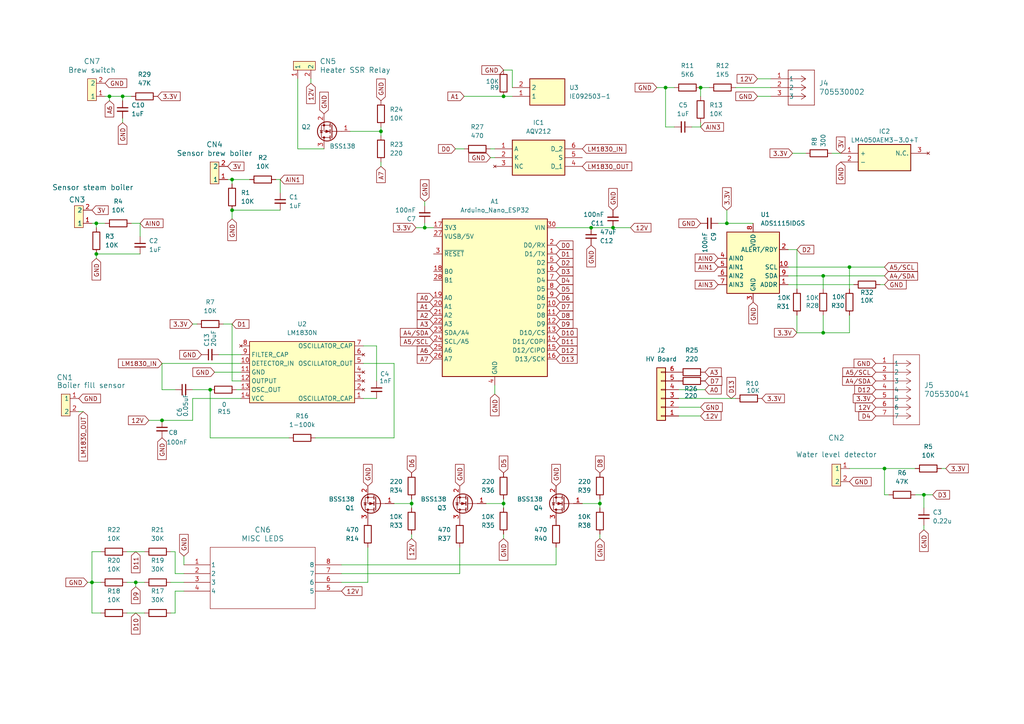
<source format=kicad_sch>
(kicad_sch (version 20250114) (generator "eeschema") (generator_version "9.0")
  (paper "A4")
  (junction (at 210.82 64.77))
  (junction (at 256.54 135.89))
  (junction (at 146.05 146.05))
  (junction (at 171.45 66.04))
  (junction (at 27.94 73.66))
  (junction (at 238.76 96.52))
  (junction (at 110.49 38.1))
  (junction (at 67.31 52.07))
  (junction (at 203.2 25.4))
  (junction (at 26.67 168.91))
  (junction (at 35.56 27.94))
  (junction (at 173.99 146.05))
  (junction (at 31.75 27.94))
  (junction (at 238.76 80.01))
  (junction (at 246.38 77.47))
  (junction (at 67.31 60.96))
  (junction (at 146.05 27.94))
  (junction (at 39.37 168.91))
  (junction (at 177.8 66.04))
  (junction (at 193.04 25.4))
  (junction (at 27.94 64.77))
  (junction (at 46.99 121.92))
  (junction (at 60.96 113.03))
  (junction (at 123.19 66.04))
  (junction (at 119.38 146.05))
  (junction (at 267.97 143.51))
  (wire (pts (xy 146.05 146.05) (xy 146.05 144.78)))
  (wire (pts (xy 53.34 163.83) (xy 53.34 161.29)))
  (wire (pts (xy 91.44 127) (xy 114.3 127)))
  (wire (pts (xy 123.19 66.04) (xy 125.73 66.04)))
  (wire (pts (xy 99.06 163.83) (xy 161.29 163.83)))
  (wire (pts (xy 256.54 135.89) (xy 256.54 143.51)))
  (wire (pts (xy 80.01 52.07) (xy 81.28 52.07)))
  (wire (pts (xy 200.66 36.83) (xy 203.2 36.83)))
  (wire (pts (xy 132.08 43.18) (xy 134.62 43.18)))
  (wire (pts (xy 148.59 25.4) (xy 148.59 20.32)))
  (wire (pts (xy 238.76 96.52) (xy 246.38 96.52)))
  (wire (pts (xy 26.67 160.02) (xy 29.21 160.02)))
  (wire (pts (xy 67.31 93.98) (xy 67.31 110.49)))
  (wire (pts (xy 173.99 147.32) (xy 173.99 146.05)))
  (wire (pts (xy 223.52 27.94) (xy 219.71 27.94)))
  (wire (pts (xy 241.3 44.45) (xy 243.84 44.45)))
  (wire (pts (xy 68.58 113.03) (xy 69.85 113.03)))
  (wire (pts (xy 36.83 160.02) (xy 41.91 160.02)))
  (wire (pts (xy 30.48 27.94) (xy 31.75 27.94)))
  (wire (pts (xy 86.36 43.18) (xy 93.98 43.18)))
  (wire (pts (xy 228.6 77.47) (xy 246.38 77.47)))
  (wire (pts (xy 55.88 121.92) (xy 55.88 115.57)))
  (wire (pts (xy 267.97 152.4) (xy 267.97 153.67)))
  (wire (pts (xy 231.14 72.39) (xy 231.14 83.82)))
  (wire (pts (xy 55.88 115.57) (xy 69.85 115.57)))
  (wire (pts (xy 31.75 27.94) (xy 35.56 27.94)))
  (wire (pts (xy 86.36 22.86) (xy 86.36 43.18)))
  (wire (pts (xy 36.83 168.91) (xy 39.37 168.91)))
  (wire (pts (xy 99.06 166.37) (xy 133.35 166.37)))
  (wire (pts (xy 55.88 93.98) (xy 57.15 93.98)))
  (wire (pts (xy 29.21 177.8) (xy 26.67 177.8)))
  (wire (pts (xy 105.41 105.41) (xy 114.3 105.41)))
  (wire (pts (xy 257.81 143.51) (xy 256.54 143.51)))
  (wire (pts (xy 134.62 27.94) (xy 146.05 27.94)))
  (wire (pts (xy 203.2 35.56) (xy 203.2 36.83)))
  (wire (pts (xy 173.99 146.05) (xy 173.99 144.78)))
  (wire (pts (xy 229.87 44.45) (xy 233.68 44.45)))
  (wire (pts (xy 146.05 147.32) (xy 146.05 146.05)))
  (wire (pts (xy 101.6 38.1) (xy 110.49 38.1)))
  (wire (pts (xy 26.67 168.91) (xy 26.67 177.8)))
  (wire (pts (xy 90.17 22.86) (xy 90.17 24.13)))
  (wire (pts (xy 256.54 135.89) (xy 265.43 135.89)))
  (wire (pts (xy 39.37 170.18) (xy 39.37 168.91)))
  (wire (pts (xy 46.99 105.41) (xy 69.85 105.41)))
  (wire (pts (xy 27.94 73.66) (xy 40.64 73.66)))
  (wire (pts (xy 193.04 36.83) (xy 195.58 36.83)))
  (wire (pts (xy 219.71 22.86) (xy 223.52 22.86)))
  (wire (pts (xy 63.5 102.87) (xy 69.85 102.87)))
  (wire (pts (xy 110.49 38.1) (xy 110.49 39.37)))
  (wire (pts (xy 27.94 64.77) (xy 30.48 64.77)))
  (wire (pts (xy 123.19 66.04) (xy 120.65 66.04)))
  (wire (pts (xy 246.38 83.82) (xy 246.38 77.47)))
  (wire (pts (xy 119.38 154.94) (xy 119.38 156.21)))
  (wire (pts (xy 123.19 64.77) (xy 123.19 66.04)))
  (wire (pts (xy 26.67 168.91) (xy 29.21 168.91)))
  (wire (pts (xy 247.65 82.55) (xy 228.6 82.55)))
  (wire (pts (xy 146.05 27.94) (xy 148.59 27.94)))
  (wire (pts (xy 213.36 25.4) (xy 223.52 25.4)))
  (wire (pts (xy 238.76 80.01) (xy 238.76 83.82)))
  (wire (pts (xy 177.8 66.04) (xy 171.45 66.04)))
  (wire (pts (xy 38.1 64.77) (xy 40.64 64.77)))
  (wire (pts (xy 203.2 25.4) (xy 205.74 25.4)))
  (wire (pts (xy 119.38 147.32) (xy 119.38 146.05)))
  (wire (pts (xy 67.31 60.96) (xy 67.31 63.5)))
  (wire (pts (xy 143.51 111.76) (xy 143.51 114.3)))
  (wire (pts (xy 35.56 27.94) (xy 38.1 27.94)))
  (wire (pts (xy 210.82 60.96) (xy 210.82 64.77)))
  (wire (pts (xy 196.85 120.65) (xy 203.2 120.65)))
  (wire (pts (xy 148.59 20.32) (xy 146.05 20.32)))
  (wire (pts (xy 106.68 158.75) (xy 106.68 168.91)))
  (wire (pts (xy 231.14 91.44) (xy 231.14 96.52)))
  (wire (pts (xy 246.38 91.44) (xy 246.38 96.52)))
  (wire (pts (xy 50.8 171.45) (xy 53.34 171.45)))
  (wire (pts (xy 161.29 158.75) (xy 161.29 163.83)))
  (wire (pts (xy 27.94 73.66) (xy 27.94 74.93)))
  (wire (pts (xy 106.68 168.91) (xy 99.06 168.91)))
  (wire (pts (xy 31.75 27.94) (xy 31.75 29.21)))
  (wire (pts (xy 40.64 64.77) (xy 40.64 68.58)))
  (wire (pts (xy 146.05 154.94) (xy 146.05 156.21)))
  (wire (pts (xy 246.38 77.47) (xy 256.54 77.47)))
  (wire (pts (xy 27.94 64.77) (xy 26.67 64.77)))
  (wire (pts (xy 210.82 64.77) (xy 218.44 64.77)))
  (wire (pts (xy 161.29 66.04) (xy 171.45 66.04)))
  (wire (pts (xy 64.77 93.98) (xy 67.31 93.98)))
  (wire (pts (xy 203.2 25.4) (xy 203.2 27.94)))
  (wire (pts (xy 67.31 60.96) (xy 81.28 60.96)))
  (wire (pts (xy 168.91 146.05) (xy 173.99 146.05)))
  (wire (pts (xy 50.8 113.03) (xy 46.99 113.03)))
  (wire (pts (xy 60.96 113.03) (xy 60.96 127)))
  (wire (pts (xy 49.53 168.91) (xy 53.34 168.91)))
  (wire (pts (xy 81.28 52.07) (xy 81.28 55.88)))
  (wire (pts (xy 114.3 105.41) (xy 114.3 127)))
  (wire (pts (xy 55.88 113.03) (xy 60.96 113.03)))
  (wire (pts (xy 67.31 110.49) (xy 69.85 110.49)))
  (wire (pts (xy 273.05 135.89) (xy 274.32 135.89)))
  (wire (pts (xy 67.31 52.07) (xy 66.04 52.07)))
  (wire (pts (xy 256.54 82.55) (xy 255.27 82.55)))
  (wire (pts (xy 26.67 168.91) (xy 25.4 168.91)))
  (wire (pts (xy 35.56 34.29) (xy 35.56 35.56)))
  (wire (pts (xy 46.99 121.92) (xy 55.88 121.92)))
  (wire (pts (xy 246.38 135.89) (xy 256.54 135.89)))
  (wire (pts (xy 27.94 66.04) (xy 27.94 64.77)))
  (wire (pts (xy 265.43 143.51) (xy 267.97 143.51)))
  (wire (pts (xy 36.83 177.8) (xy 41.91 177.8)))
  (wire (pts (xy 109.22 100.33) (xy 109.22 110.49)))
  (wire (pts (xy 49.53 160.02) (xy 50.8 160.02)))
  (wire (pts (xy 193.04 25.4) (xy 193.04 36.83)))
  (wire (pts (xy 26.67 160.02) (xy 26.67 168.91)))
  (wire (pts (xy 238.76 80.01) (xy 256.54 80.01)))
  (wire (pts (xy 35.56 27.94) (xy 35.56 29.21)))
  (wire (pts (xy 228.6 80.01) (xy 238.76 80.01)))
  (wire (pts (xy 267.97 143.51) (xy 267.97 147.32)))
  (wire (pts (xy 43.18 121.92) (xy 46.99 121.92)))
  (wire (pts (xy 133.35 158.75) (xy 133.35 166.37)))
  (wire (pts (xy 110.49 36.83) (xy 110.49 38.1)))
  (wire (pts (xy 50.8 160.02) (xy 50.8 166.37)))
  (wire (pts (xy 50.8 177.8) (xy 49.53 177.8)))
  (wire (pts (xy 39.37 168.91) (xy 41.91 168.91)))
  (wire (pts (xy 119.38 146.05) (xy 119.38 144.78)))
  (wire (pts (xy 83.82 127) (xy 60.96 127)))
  (wire (pts (xy 105.41 115.57) (xy 109.22 115.57)))
  (wire (pts (xy 193.04 25.4) (xy 195.58 25.4)))
  (wire (pts (xy 123.19 58.42) (xy 123.19 59.69)))
  (wire (pts (xy 67.31 53.34) (xy 67.31 52.07)))
  (wire (pts (xy 204.47 113.03) (xy 196.85 113.03)))
  (wire (pts (xy 110.49 46.99) (xy 110.49 48.26)))
  (wire (pts (xy 228.6 72.39) (xy 231.14 72.39)))
  (wire (pts (xy 182.88 66.04) (xy 177.8 66.04)))
  (wire (pts (xy 238.76 91.44) (xy 238.76 96.52)))
  (wire (pts (xy 142.24 43.18) (xy 143.51 43.18)))
  (wire (pts (xy 114.3 146.05) (xy 119.38 146.05)))
  (wire (pts (xy 267.97 143.51) (xy 270.51 143.51)))
  (wire (pts (xy 196.85 118.11) (xy 203.2 118.11)))
  (wire (pts (xy 193.04 25.4) (xy 190.5 25.4)))
  (wire (pts (xy 67.31 52.07) (xy 72.39 52.07)))
  (wire (pts (xy 140.97 146.05) (xy 146.05 146.05)))
  (wire (pts (xy 62.23 107.95) (xy 69.85 107.95)))
  (wire (pts (xy 173.99 154.94) (xy 173.99 156.21)))
  (wire (pts (xy 196.85 115.57) (xy 213.36 115.57)))
  (wire (pts (xy 46.99 105.41) (xy 46.99 113.03)))
  (wire (pts (xy 24.13 119.38) (xy 22.86 119.38)))
  (wire (pts (xy 105.41 100.33) (xy 109.22 100.33)))
  (wire (pts (xy 53.34 166.37) (xy 50.8 166.37)))
  (wire (pts (xy 208.28 64.77) (xy 210.82 64.77)))
  (wire (pts (xy 50.8 177.8) (xy 50.8 171.45)))
  (wire (pts (xy 231.14 96.52) (xy 238.76 96.52)))
  (wire (pts (xy 142.24 45.72) (xy 143.51 45.72)))
  (global_label "12V" (shape input) (at 90.17 24.13 270) (property "Intersheetrefs" "${INTERSHEET_REFS}" (effects (hide yes))))
  (global_label "GND" (shape input) (at 177.8 60.96 90) (property "Intersheetrefs" "${INTERSHEET_REFS}" (effects (hide yes))))
  (global_label "GND" (shape input) (at 246.38 139.7 0) (property "Intersheetrefs" "${INTERSHEET_REFS}" (effects (hide yes))))
  (global_label "GND" (shape input) (at 62.23 107.95 180) (property "Intersheetrefs" "${INTERSHEET_REFS}" (effects (hide yes))))
  (global_label "D7" (shape input) (at 204.47 110.49 0) (property "Intersheetrefs" "${INTERSHEET_REFS}" (effects (hide yes))))
  (global_label "GND" (shape input) (at 30.48 24.13 0) (property "Intersheetrefs" "${INTERSHEET_REFS}" (effects (hide yes))))
  (global_label "A7" (shape input) (at 110.49 48.26 270) (property "Intersheetrefs" "${INTERSHEET_REFS}" (effects (hide yes))))
  (global_label "3.3V" (shape input) (at 220.98 115.57 0) (property "Intersheetrefs" "${INTERSHEET_REFS}" (effects (hide yes))))
  (global_label "D0" (shape input) (at 132.08 43.18 180) (property "Intersheetrefs" "${INTERSHEET_REFS}" (effects (hide yes))))
  (global_label "AIN3" (shape input) (at 203.2 36.83 0) (property "Intersheetrefs" "${INTERSHEET_REFS}" (effects (hide yes))))
  (global_label "GND" (shape input) (at 146.05 20.32 180) (property "Intersheetrefs" "${INTERSHEET_REFS}" (effects (hide yes))))
  (global_label "GND" (shape input) (at 123.19 58.42 90) (property "Intersheetrefs" "${INTERSHEET_REFS}" (effects (hide yes))))
  (global_label "GND" (shape input) (at 22.86 115.57 0) (property "Intersheetrefs" "${INTERSHEET_REFS}" (effects (hide yes))))
  (global_label "3.3V" (shape input) (at 55.88 93.98 180) (property "Intersheetrefs" "${INTERSHEET_REFS}" (effects (hide yes))))
  (global_label "GND" (shape input) (at 25.4 168.91 180) (property "Intersheetrefs" "${INTERSHEET_REFS}" (effects (hide yes))))
  (global_label "A5{slash}SCL" (shape input) (at 254 107.95 180) (property "Intersheetrefs" "${INTERSHEET_REFS}" (effects (hide yes))))
  (global_label "D4" (shape input) (at 161.29 81.28 0) (property "Intersheetrefs" "${INTERSHEET_REFS}" (effects (hide yes))))
  (global_label "GND" (shape input) (at 171.45 71.12 270) (property "Intersheetrefs" "${INTERSHEET_REFS}" (effects (hide yes))))
  (global_label "GND" (shape input) (at 254 105.41 180) (property "Intersheetrefs" "${INTERSHEET_REFS}" (effects (hide yes))))
  (global_label "A3" (shape input) (at 125.73 93.98 180) (property "Intersheetrefs" "${INTERSHEET_REFS}" (effects (hide yes))))
  (global_label "A2" (shape input) (at 125.73 91.44 180) (property "Intersheetrefs" "${INTERSHEET_REFS}" (effects (hide yes))))
  (global_label "GND" (shape input) (at 110.49 29.21 90) (property "Intersheetrefs" "${INTERSHEET_REFS}" (effects (hide yes))))
  (global_label "D6" (shape input) (at 161.29 86.36 0) (property "Intersheetrefs" "${INTERSHEET_REFS}" (effects (hide yes))))
  (global_label "A6" (shape input) (at 31.75 29.21 270) (property "Intersheetrefs" "${INTERSHEET_REFS}" (effects (hide yes))))
  (global_label "A4{slash}SDA" (shape input) (at 256.54 80.01 0) (property "Intersheetrefs" "${INTERSHEET_REFS}" (effects (hide yes))))
  (global_label "D13" (shape input) (at 212.09 115.57 90) (property "Intersheetrefs" "${INTERSHEET_REFS}" (effects (hide yes))))
  (global_label "3.3V" (shape input) (at 120.65 66.04 180) (property "Intersheetrefs" "${INTERSHEET_REFS}" (effects (hide yes))))
  (global_label "3V" (shape input) (at 243.84 44.45 90) (property "Intersheetrefs" "${INTERSHEET_REFS}" (effects (hide yes))))
  (global_label "GND" (shape input) (at 143.51 114.3 270) (property "Intersheetrefs" "${INTERSHEET_REFS}" (effects (hide yes))))
  (global_label "12V" (shape input) (at 203.2 120.65 0) (property "Intersheetrefs" "${INTERSHEET_REFS}" (effects (hide yes))))
  (global_label "A4{slash}SDA" (shape input) (at 125.73 96.52 180) (property "Intersheetrefs" "${INTERSHEET_REFS}" (effects (hide yes))))
  (global_label "12V" (shape input) (at 254 118.11 180) (property "Intersheetrefs" "${INTERSHEET_REFS}" (effects (hide yes))))
  (global_label "GND" (shape input) (at 161.29 140.97 90) (property "Intersheetrefs" "${INTERSHEET_REFS}" (effects (hide yes))))
  (global_label "A5{slash}SCL" (shape input) (at 256.54 77.47 0) (property "Intersheetrefs" "${INTERSHEET_REFS}" (effects (hide yes))))
  (global_label "D0" (shape input) (at 161.29 71.12 0) (property "Intersheetrefs" "${INTERSHEET_REFS}" (effects (hide yes))))
  (global_label "LM1830_OUT" (shape input) (at 168.91 48.26 0) (property "Intersheetrefs" "${INTERSHEET_REFS}" (effects (hide yes))))
  (global_label "AIN0" (shape input) (at 208.28 74.93 180) (property "Intersheetrefs" "${INTERSHEET_REFS}" (effects (hide yes))))
  (global_label "GND" (shape input) (at 67.31 63.5 270) (property "Intersheetrefs" "${INTERSHEET_REFS}" (effects (hide yes))))
  (global_label "A5{slash}SCL" (shape input) (at 125.73 99.06 180) (property "Intersheetrefs" "${INTERSHEET_REFS}" (effects (hide yes))))
  (global_label "3.3V" (shape input) (at 229.87 44.45 180) (property "Intersheetrefs" "${INTERSHEET_REFS}" (effects (hide yes))))
  (global_label "GND" (shape input) (at 173.99 156.21 270) (property "Intersheetrefs" "${INTERSHEET_REFS}" (effects (hide yes))))
  (global_label "D10" (shape input) (at 161.29 96.52 0) (property "Intersheetrefs" "${INTERSHEET_REFS}" (effects (hide yes))))
  (global_label "GND" (shape input) (at 106.68 140.97 90) (property "Intersheetrefs" "${INTERSHEET_REFS}" (effects (hide yes))))
  (global_label "GND" (shape input) (at 53.34 161.29 90) (property "Intersheetrefs" "${INTERSHEET_REFS}" (effects (hide yes))))
  (global_label "GND" (shape input) (at 243.84 46.99 270) (property "Intersheetrefs" "${INTERSHEET_REFS}" (effects (hide yes))))
  (global_label "3.3V" (shape input) (at 254 115.57 180) (property "Intersheetrefs" "${INTERSHEET_REFS}" (effects (hide yes))))
  (global_label "GND" (shape input) (at 58.42 102.87 180) (property "Intersheetrefs" "${INTERSHEET_REFS}" (effects (hide yes))))
  (global_label "D12" (shape input) (at 254 113.03 180) (property "Intersheetrefs" "${INTERSHEET_REFS}" (effects (hide yes))))
  (global_label "A4{slash}SDA" (shape input) (at 254 110.49 180) (property "Intersheetrefs" "${INTERSHEET_REFS}" (effects (hide yes))))
  (global_label "D8" (shape input) (at 161.29 91.44 0) (property "Intersheetrefs" "${INTERSHEET_REFS}" (effects (hide yes))))
  (global_label "D3" (shape input) (at 161.29 78.74 0) (property "Intersheetrefs" "${INTERSHEET_REFS}" (effects (hide yes))))
  (global_label "LM1830_OUT" (shape input) (at 24.13 119.38 270) (property "Intersheetrefs" "${INTERSHEET_REFS}" (effects (hide yes))))
  (global_label "12V" (shape input) (at 119.38 156.21 270) (property "Intersheetrefs" "${INTERSHEET_REFS}" (effects (hide yes))))
  (global_label "3V" (shape input) (at 26.67 60.96 0) (property "Intersheetrefs" "${INTERSHEET_REFS}" (effects (hide yes))))
  (global_label "12V" (shape input) (at 182.88 66.04 0) (property "Intersheetrefs" "${INTERSHEET_REFS}" (effects (hide yes))))
  (global_label "GND" (shape input) (at 219.71 27.94 180) (property "Intersheetrefs" "${INTERSHEET_REFS}" (effects (hide yes))))
  (global_label "D8" (shape input) (at 173.99 137.16 90) (property "Intersheetrefs" "${INTERSHEET_REFS}" (effects (hide yes))))
  (global_label "3.3V" (shape input) (at 231.14 96.52 180) (property "Intersheetrefs" "${INTERSHEET_REFS}" (effects (hide yes))))
  (global_label "GND" (shape input) (at 133.35 140.97 90) (property "Intersheetrefs" "${INTERSHEET_REFS}" (effects (hide yes))))
  (global_label "D11" (shape input) (at 39.37 160.02 270) (property "Intersheetrefs" "${INTERSHEET_REFS}" (effects (hide yes))))
  (global_label "D11" (shape input) (at 161.29 99.06 0) (property "Intersheetrefs" "${INTERSHEET_REFS}" (effects (hide yes))))
  (global_label "D2" (shape input) (at 231.14 72.39 0) (property "Intersheetrefs" "${INTERSHEET_REFS}" (effects (hide yes))))
  (global_label "A6" (shape input) (at 125.73 101.6 180) (property "Intersheetrefs" "${INTERSHEET_REFS}" (effects (hide yes))))
  (global_label "GND" (shape input) (at 93.98 33.02 90) (property "Intersheetrefs" "${INTERSHEET_REFS}" (effects (hide yes))))
  (global_label "3V" (shape input) (at 66.04 48.26 0) (property "Intersheetrefs" "${INTERSHEET_REFS}" (effects (hide yes))))
  (global_label "D13" (shape input) (at 161.29 104.14 0) (property "Intersheetrefs" "${INTERSHEET_REFS}" (effects (hide yes))))
  (global_label "GND" (shape input) (at 267.97 153.67 270) (property "Intersheetrefs" "${INTERSHEET_REFS}" (effects (hide yes))))
  (global_label "D4" (shape input) (at 254 120.65 180) (property "Intersheetrefs" "${INTERSHEET_REFS}" (effects (hide yes))))
  (global_label "D5" (shape input) (at 161.29 83.82 0) (property "Intersheetrefs" "${INTERSHEET_REFS}" (effects (hide yes))))
  (global_label "12V" (shape input) (at 43.18 121.92 180) (property "Intersheetrefs" "${INTERSHEET_REFS}" (effects (hide yes))))
  (global_label "D7" (shape input) (at 161.29 88.9 0) (property "Intersheetrefs" "${INTERSHEET_REFS}" (effects (hide yes))))
  (global_label "GND" (shape input) (at 203.2 118.11 0) (property "Intersheetrefs" "${INTERSHEET_REFS}" (effects (hide yes))))
  (global_label "D9" (shape input) (at 161.29 93.98 0) (property "Intersheetrefs" "${INTERSHEET_REFS}" (effects (hide yes))))
  (global_label "GND" (shape input) (at 203.2 64.77 180) (property "Intersheetrefs" "${INTERSHEET_REFS}" (effects (hide yes))))
  (global_label "3.3V" (shape input) (at 274.32 135.89 0) (property "Intersheetrefs" "${INTERSHEET_REFS}" (effects (hide yes))))
  (global_label "D12" (shape input) (at 161.29 101.6 0) (property "Intersheetrefs" "${INTERSHEET_REFS}" (effects (hide yes))))
  (global_label "D6" (shape input) (at 119.38 137.16 90) (property "Intersheetrefs" "${INTERSHEET_REFS}" (effects (hide yes))))
  (global_label "A0" (shape input) (at 204.47 113.03 0) (property "Intersheetrefs" "${INTERSHEET_REFS}" (effects (hide yes))))
  (global_label "3.3V" (shape input) (at 45.72 27.94 0) (property "Intersheetrefs" "${INTERSHEET_REFS}" (effects (hide yes))))
  (global_label "A3" (shape input) (at 204.47 107.95 0) (property "Intersheetrefs" "${INTERSHEET_REFS}" (effects (hide yes))))
  (global_label "12V" (shape input) (at 99.06 171.45 0) (property "Intersheetrefs" "${INTERSHEET_REFS}" (effects (hide yes))))
  (global_label "AIN0" (shape input) (at 40.64 64.77 0) (property "Intersheetrefs" "${INTERSHEET_REFS}" (effects (hide yes))))
  (global_label "A1" (shape input) (at 134.62 27.94 180) (property "Intersheetrefs" "${INTERSHEET_REFS}" (effects (hide yes))))
  (global_label "GND" (shape input) (at 146.05 156.21 270) (property "Intersheetrefs" "${INTERSHEET_REFS}" (effects (hide yes))))
  (global_label "A1" (shape input) (at 125.73 88.9 180) (property "Intersheetrefs" "${INTERSHEET_REFS}" (effects (hide yes))))
  (global_label "GND" (shape input) (at 142.24 45.72 180) (property "Intersheetrefs" "${INTERSHEET_REFS}" (effects (hide yes))))
  (global_label "12V" (shape input) (at 219.71 22.86 180) (property "Intersheetrefs" "${INTERSHEET_REFS}" (effects (hide yes))))
  (global_label "D1" (shape input) (at 67.31 93.98 0) (property "Intersheetrefs" "${INTERSHEET_REFS}" (effects (hide yes))))
  (global_label "3.3V" (shape input) (at 210.82 60.96 90) (property "Intersheetrefs" "${INTERSHEET_REFS}" (effects (hide yes))))
  (global_label "D3" (shape input) (at 270.51 143.51 0) (property "Intersheetrefs" "${INTERSHEET_REFS}" (effects (hide yes))))
  (global_label "GND" (shape input) (at 46.99 127 270) (property "Intersheetrefs" "${INTERSHEET_REFS}" (effects (hide yes))))
  (global_label "GND" (shape input) (at 27.94 74.93 270) (property "Intersheetrefs" "${INTERSHEET_REFS}" (effects (hide yes))))
  (global_label "D1" (shape input) (at 161.29 73.66 0) (property "Intersheetrefs" "${INTERSHEET_REFS}" (effects (hide yes))))
  (global_label "D2" (shape input) (at 161.29 76.2 0) (property "Intersheetrefs" "${INTERSHEET_REFS}" (effects (hide yes))))
  (global_label "AIN1" (shape input) (at 81.28 52.07 0) (property "Intersheetrefs" "${INTERSHEET_REFS}" (effects (hide yes))))
  (global_label "GND" (shape input) (at 190.5 25.4 180) (property "Intersheetrefs" "${INTERSHEET_REFS}" (effects (hide yes))))
  (global_label "AIN3" (shape input) (at 208.28 82.55 180) (property "Intersheetrefs" "${INTERSHEET_REFS}" (effects (hide yes))))
  (global_label "AIN1" (shape input) (at 208.28 77.47 180) (property "Intersheetrefs" "${INTERSHEET_REFS}" (effects (hide yes))))
  (global_label "GND" (shape input) (at 218.44 87.63 270) (property "Intersheetrefs" "${INTERSHEET_REFS}" (effects (hide yes))))
  (global_label "GND" (shape input) (at 35.56 35.56 270) (property "Intersheetrefs" "${INTERSHEET_REFS}" (effects (hide yes))))
  (global_label "A0" (shape input) (at 125.73 86.36 180) (property "Intersheetrefs" "${INTERSHEET_REFS}" (effects (hide yes))))
  (global_label "LM1830_IN" (shape input) (at 168.91 43.18 0) (property "Intersheetrefs" "${INTERSHEET_REFS}" (effects (hide yes))))
  (global_label "D10" (shape input) (at 39.37 177.8 270) (property "Intersheetrefs" "${INTERSHEET_REFS}" (effects (hide yes))))
  (global_label "GND" (shape input) (at 256.54 82.55 0) (property "Intersheetrefs" "${INTERSHEET_REFS}" (effects (hide yes))))
  (global_label "A7" (shape input) (at 125.73 104.14 180) (property "Intersheetrefs" "${INTERSHEET_REFS}" (effects (hide yes))))
  (global_label "D9" (shape input) (at 39.37 170.18 270) (property "Intersheetrefs" "${INTERSHEET_REFS}" (effects (hide yes))))
  (global_label "LM1830_IN" (shape input) (at 46.99 105.41 180) (property "Intersheetrefs" "${INTERSHEET_REFS}" (effects (hide yes))))
  (global_label "D5" (shape input) (at 146.05 137.16 90) (property "Intersheetrefs" "${INTERSHEET_REFS}" (effects (hide yes))))
  (symbol (lib_id "projectLibrary:R") (at 173.99 151.13 180) (unit 1)
    (property "Reference" "R38" (at 171.45 152.4001 0) (effects (justify left)))
    (property "Value" "10K" (at 171.45 149.8601 0) (effects (justify left)))
    (property "Footprint" "Resistor_SMD:R_0805_2012Metric_Pad1.20x1.40mm_HandSolder" (effects (hide yes)))
    (property "Description" "Resistor" (effects (hide yes)))
  )
  (symbol (lib_id "projectLibrary:R") (at 33.02 177.8 270) (unit 1)
    (property "Reference" "R18" (at 33.02 171.45 90))
    (property "Value" "10K" (at 33.02 173.99 90))
    (property "Footprint" "Resistor_SMD:R_0805_2012Metric_Pad1.20x1.40mm_HandSolder" (effects (hide yes)))
    (property "Description" "Resistor" (effects (hide yes)))
  )
  (symbol (lib_id "projectLibrary:R") (at 269.24 135.89 90) (unit 1)
    (property "Reference" "R5" (at 269.24 129.54 90))
    (property "Value" "10K" (at 269.24 132.08 90))
    (property "Footprint" "Resistor_SMD:R_0805_2012Metric_Pad1.20x1.40mm_HandSolder" (effects (hide yes)))
    (property "Description" "Resistor" (effects (hide yes)))
  )
  (symbol (lib_id "projectLibrary:AQV212") (at 143.51 43.18 0) (unit 1)
    (property "Reference" "IC1" (at 156.21 35.56 0))
    (property "Value" "AQV212" (at 156.21 38.1 0))
    (property "Footprint" "DIP762W47P254L880H410Q6N" (effects (hide yes)))
    (property "Datasheet" "https://na.industrial.panasonic.com/products/relays/semiconductor-relays/photomos-relays/series/photomos-gu-1-form-dip6-pin-type/1922/model/AQV212" (effects (hide yes)))
    (property "Description" "Solid State Relays - PCB Mount 550MA 60V 6PIN SPST" (effects (hide yes)))
    (property "Height" "4.1" (effects (hide yes)))
    (property "Mouser Part Number" "769-AQV212" (effects (hide yes)))
    (property "Mouser Price/Stock" "https://www.mouser.co.uk/ProductDetail/Panasonic-Industrial-Devices/AQV212?qs=mTeSeKeuVA4GB1tVP0FFxg%3D%3D" (effects (hide yes)))
    (property "Manufacturer_Name" "Panasonic" (effects (hide yes)))
    (property "Manufacturer_Part_Number" "AQV212" (effects (hide yes)))
  )
  (symbol (lib_id "projectLibrary:C_Small") (at 60.96 102.87 90) (unit 1)
    (property "Reference" "C13" (at 59.944 100.584 0) (effects (justify left)))
    (property "Value" "20uF" (at 61.976 100.584 0) (effects (justify left)))
    (property "Footprint" "Capacitor_SMD:C_0805_2012Metric_Pad1.18x1.45mm_HandSolder" (effects (hide yes)))
    (property "Description" "Unpolarized capacitor, small symbol" (effects (hide yes)))
  )
  (symbol (lib_id "projectLibrary:C_Small") (at 267.97 149.86 0) (unit 1)
    (property "Reference" "C3" (at 270.51 148.5962 0) (effects (justify left)))
    (property "Value" "0.22u" (at 270.51 151.1362 0) (effects (justify left)))
    (property "Footprint" "Capacitor_SMD:C_0805_2012Metric_Pad1.18x1.45mm_HandSolder" (effects (hide yes)))
    (property "Description" "Unpolarized capacitor, small symbol" (effects (hide yes)))
  )
  (symbol (lib_id "projectLibrary:R") (at 67.31 57.15 0) (unit 1)
    (property "Reference" "R1" (at 69.85 55.8799 0) (effects (justify left)))
    (property "Value" "10K" (at 69.85 58.4199 0) (effects (justify left)))
    (property "Footprint" "Resistor_SMD:R_0805_2012Metric_Pad1.20x1.40mm_HandSolder" (effects (hide yes)))
    (property "Description" "Resistor" (effects (hide yes)))
  )
  (symbol (lib_id "projectLibrary:C_Small") (at 205.74 64.77 270) (mirror x) (unit 1)
    (property "Reference" "C9" (at 207.0038 67.31 0) (effects (justify right)))
    (property "Value" "100nF" (at 204.4638 67.31 0) (effects (justify right)))
    (property "Footprint" "Capacitor_SMD:C_0805_2012Metric_Pad1.18x1.45mm_HandSolder" (effects (hide yes)))
    (property "Description" "Unpolarized capacitor, small symbol" (effects (hide yes)))
  )
  (symbol (lib_id "projectLibrary:R") (at 106.68 154.94 180) (unit 1)
    (property "Reference" "R14" (at 104.14 156.2101 0) (effects (justify left)))
    (property "Value" "470" (at 104.14 153.6701 0) (effects (justify left)))
    (property "Footprint" "Resistor_SMD:R_0805_2012Metric_Pad1.20x1.40mm_HandSolder" (effects (hide yes)))
    (property "Description" "Resistor" (effects (hide yes)))
  )
  (symbol (lib_id "projectLibrary:R") (at 64.77 113.03 90) (unit 1)
    (property "Reference" "R15" (at 65.024 119.38 90))
    (property "Value" "0" (at 65.024 117.348 90))
    (property "Footprint" "Resistor_SMD:R_0805_2012Metric_Pad1.20x1.40mm_HandSolder" (effects (hide yes)))
    (property "Description" "Resistor" (effects (hide yes)))
  )
  (symbol (lib_id "projectLibrary:R") (at 217.17 115.57 90) (unit 1)
    (property "Reference" "R10" (at 218.186 111.252 90))
    (property "Value" "10K" (at 218.44 113.284 90))
    (property "Footprint" "Resistor_SMD:R_0805_2012Metric_Pad1.20x1.40mm_HandSolder" (effects (hide yes)))
    (property "Description" "Resistor" (effects (hide yes)))
  )
  (symbol (lib_id "projectLibrary:R") (at 200.66 110.49 90) (mirror x) (unit 1)
    (property "Reference" "R26" (at 200.406 112.776 90))
    (property "Value" "220" (at 200.406 114.808 90))
    (property "Footprint" "Resistor_SMD:R_0805_2012Metric_Pad1.20x1.40mm_HandSolder" (effects (hide yes)))
    (property "Description" "Resistor" (effects (hide yes)))
  )
  (symbol (lib_id "projectLibrary:R") (at 251.46 82.55 90) (unit 1)
    (property "Reference" "R32" (at 251.46 84.836 90))
    (property "Value" "10K" (at 251.46 87.122 90))
    (property "Footprint" "Resistor_SMD:R_0805_2012Metric_Pad1.20x1.40mm_HandSolder" (effects (hide yes)))
    (property "Description" "Resistor" (effects (hide yes)))
  )
  (symbol (lib_id "projectLibrary:280377-2") (at 17.78 114.3 0) (mirror x) (unit 1)
    (property "Reference" "CN1" (at 18.796 109.474 0) (effects (font (size 1.524 1.524))))
    (property "Value" "Boiler fill sensor" (at 26.416 111.76 0) (effects (font (size 1.524 1.524))))
    (property "Footprint" "280377-2_TYC" (effects (hide yes)))
    (property "Datasheet" "280377-2" (effects (hide yes)))
  )
  (symbol (lib_id "projectLibrary:R") (at 231.14 87.63 180) (unit 1)
    (property "Reference" "R31" (at 229.108 88.9 0) (effects (justify left)))
    (property "Value" "10K" (at 229.362 86.36 0) (effects (justify left)))
    (property "Footprint" "Resistor_SMD:R_0805_2012Metric_Pad1.20x1.40mm_HandSolder" (effects (hide yes)))
    (property "Description" "Resistor" (effects (hide yes)))
  )
  (symbol (lib_id "projectLibrary:280377-2") (at 25.4 29.21 0) (unit 1)
    (property "Reference" "CN7" (at 26.67 17.78 0) (effects (font (size 1.524 1.524))))
    (property "Value" "Brew switch" (at 26.67 20.32 0) (effects (font (size 1.524 1.524))))
    (property "Footprint" "280377-2_TYC" (effects (hide yes)))
    (property "Datasheet" "280377-2" (effects (hide yes)))
  )
  (symbol (lib_id "projectLibrary:BSS138") (at 135.89 146.05 180) (unit 1)
    (property "Reference" "Q3" (at 129.54 147.3201 0) (effects (justify left)))
    (property "Value" "BSS138" (at 129.54 144.7801 0) (effects (justify left)))
    (property "Footprint" "Package_TO_SOT_SMD:SOT-23" (effects (hide yes)))
    (property "Datasheet" "https://www.onsemi.com/pub/Collateral/BSS138-D.PDF" (effects (hide yes)))
    (property "Description" "50V Vds, 0.22A Id, N-Channel MOSFET, SOT-23" (effects (hide yes)))
  )
  (symbol (lib_id "projectLibrary:R") (at 27.94 69.85 0) (unit 1)
    (property "Reference" "R3" (at 30.48 68.5799 0) (effects (justify left)))
    (property "Value" "10K" (at 30.48 71.1199 0) (effects (justify left)))
    (property "Footprint" "Resistor_SMD:R_0805_2012Metric_Pad1.20x1.40mm_HandSolder" (effects (hide yes)))
    (property "Description" "Resistor" (effects (hide yes)))
  )
  (symbol (lib_id "projectLibrary:R") (at 33.02 160.02 270) (unit 1)
    (property "Reference" "R22" (at 33.02 153.67 90))
    (property "Value" "10K" (at 33.02 156.21 90))
    (property "Footprint" "Resistor_SMD:R_0805_2012Metric_Pad1.20x1.40mm_HandSolder" (effects (hide yes)))
    (property "Description" "Resistor" (effects (hide yes)))
  )
  (symbol (lib_id "projectLibrary:LM4050AEM3-3.0+T") (at 243.84 44.45 0) (unit 1)
    (property "Reference" "IC2" (at 256.54 38.1 0))
    (property "Value" "LM4050AEM3-3.0+T" (at 256.54 40.64 0))
    (property "Footprint" "SOT95P237X112-3N" (effects (hide yes)))
    (property "Datasheet" "https://www.analog.com/LM4050/datasheet" (effects (hide yes)))
    (property "Description" "50ppm/&deg;C (max) Temperature Coefficient Guaranteed over the -40&deg;C to +125&deg;C Temperature RangeUltra-Small 3-Pin SC70 Package0.1% (max) Initial AccuracyWide Operating Current Range: 60&micro;A to 15mALow 28&micro;VRMS Output Noise (10Hz to 10kHz)1.225V, 2.048V, 2.500V, 3.000V, 3.3V, 4.096V, and 5.000V Fixed Reverse Breakdown VoltagesNo Output Capacitors RequiredTolerates Capacitive LoadsAEC-Q100 Qualified, Refer to Ordering Information for the Specific /V Versions" (effects (hide yes)))
    (property "Height" "1.12" (effects (hide yes)))
    (property "Mouser Part Number" "700-LM4050AEM3-3.0T" (effects (hide yes)))
    (property "Mouser Price/Stock" "https://www.mouser.co.uk/ProductDetail/Maxim-Integrated/LM4050AEM3-3.0%2bT?qs=GxOUx7aO6nwirvG06jDdlw%3D%3D" (effects (hide yes)))
    (property "Manufacturer_Name" "Analog Devices" (effects (hide yes)))
    (property "Manufacturer_Part_Number" "LM4050AEM3-3.0+T" (effects (hide yes)))
  )
  (symbol (lib_id "projectLibrary:BSS138") (at 96.52 38.1 180) (unit 1)
    (property "Reference" "Q2" (at 90.17 36.8299 0) (effects (justify left)))
    (property "Value" "BSS138" (at 103.124 42.418 0) (effects (justify left)))
    (property "Footprint" "Package_TO_SOT_SMD:SOT-23" (effects (hide yes)))
    (property "Datasheet" "https://www.onsemi.com/pub/Collateral/BSS138-D.PDF" (effects (hide yes)))
    (property "Description" "50V Vds, 0.22A Id, N-Channel MOSFET, SOT-23" (effects (hide yes)))
  )
  (symbol (lib_id "projectLibrary:R") (at 60.96 93.98 90) (unit 1)
    (property "Reference" "R7" (at 60.96 87.63 90))
    (property "Value" "10K" (at 60.96 90.17 90))
    (property "Footprint" "Resistor_SMD:R_0805_2012Metric_Pad1.20x1.40mm_HandSolder" (effects (hide yes)))
    (property "Description" "Resistor" (effects (hide yes)))
  )
  (symbol (lib_id "projectLibrary:R") (at 87.63 127 90) (unit 1)
    (property "Reference" "R16" (at 87.63 120.65 90))
    (property "Value" "1-100k" (at 87.63 123.19 90))
    (property "Footprint" "Resistor_SMD:R_0805_2012Metric_Pad1.20x1.40mm_HandSolder" (effects (hide yes)))
    (property "Description" "Resistor" (effects (hide yes)))
  )
  (symbol (lib_id "projectLibrary:C_Small") (at 171.45 68.58 0) (mirror y) (unit 1)
    (property "Reference" "C12" (at 173.99 69.8565 0) (effects (justify right)))
    (property "Value" "47uF" (at 173.99 67.3165 0) (effects (justify right)))
    (property "Footprint" "Capacitor_SMD:C_0805_2012Metric_Pad1.18x1.45mm_HandSolder" (effects (hide yes)))
    (property "Description" "Unpolarized capacitor, small symbol" (effects (hide yes)))
  )
  (symbol (lib_id "projectLibrary:C_Small") (at 35.56 31.75 0) (unit 1)
    (property "Reference" "C10" (at 38.1 30.4862 0) (effects (justify left)))
    (property "Value" "1uF" (at 38.1 33.0262 0) (effects (justify left)))
    (property "Footprint" "Capacitor_SMD:C_0805_2012Metric_Pad1.18x1.45mm_HandSolder" (effects (hide yes)))
    (property "Description" "Unpolarized capacitor, small symbol" (effects (hide yes)))
  )
  (symbol (lib_id "projectLibrary:R") (at 209.55 25.4 270) (mirror x) (unit 1)
    (property "Reference" "R12" (at 209.55 19.05 90))
    (property "Value" "1K5" (at 209.55 21.59 90))
    (property "Footprint" "Resistor_SMD:R_0805_2012Metric_Pad1.20x1.40mm_HandSolder" (effects (hide yes)))
    (property "Description" "Resistor" (effects (hide yes)))
  )
  (symbol (lib_id "molex2:705530041") (at 254 105.41 0) (unit 1)
    (property "Reference" "J5" (at 267.97 111.7599 0) (effects (font (size 1.524 1.524)) (justify left)))
    (property "Value" "705530041" (at 267.97 114.2999 0) (effects (font (size 1.524 1.524)) (justify left)))
    (property "Footprint" "CONN_70553-xxxx_07_MOL" (effects (hide yes)))
    (property "Datasheet" "https://www.molex.com/en-us/products/part-detail-pdf/705530041?display=pdf" (effects (hide yes)))
  )
  (symbol (lib_id "projectLibrary:280377-2") (at 85.09 17.78 270) (unit 1)
    (property "Reference" "CN5" (at 92.71 17.7799 90) (effects (font (size 1.524 1.524)) (justify left)))
    (property "Value" "Heater SSR Relay" (at 92.71 20.3199 90) (effects (font (size 1.524 1.524)) (justify left)))
    (property "Footprint" "280377-2_TYC" (effects (hide yes)))
    (property "Datasheet" "280377-2" (effects (hide yes)))
  )
  (symbol (lib_id "projectLibrary:280377-2") (at 60.96 53.34 0) (unit 1)
    (property "Reference" "CN4" (at 62.23 41.91 0) (effects (font (size 1.524 1.524))))
    (property "Value" "Sensor brew boiler" (at 62.23 44.45 0) (effects (font (size 1.524 1.524))))
    (property "Footprint" "280377-2_TYC" (effects (hide yes)))
    (property "Datasheet" "280377-2" (effects (hide yes)))
  )
  (symbol (lib_id "projectLibrary:R") (at 146.05 24.13 180) (unit 1)
    (property "Reference" "R9" (at 144.78 25.4 0) (effects (justify left)))
    (property "Value" "10K" (at 144.78 23.622 0) (effects (justify left)))
    (property "Footprint" "Resistor_SMD:R_0805_2012Metric_Pad1.20x1.40mm_HandSolder" (effects (hide yes)))
    (property "Description" "Resistor" (effects (hide yes)))
  )
  (symbol (lib_id "projectLibrary:R") (at 203.2 31.75 0) (unit 1)
    (property "Reference" "R13" (at 205.74 30.4799 0) (effects (justify left)))
    (property "Value" "10K" (at 205.74 33.0199 0) (effects (justify left)))
    (property "Footprint" "Resistor_SMD:R_0805_2012Metric_Pad1.20x1.40mm_HandSolder" (effects (hide yes)))
    (property "Description" "Resistor" (effects (hide yes)))
  )
  (symbol (lib_id "projectLibrary:C_Small") (at 53.34 113.03 90) (unit 1)
    (property "Reference" "C6" (at 52.07 120.904 0) (effects (justify left)))
    (property "Value" "0.05uF" (at 53.848 120.904 0) (effects (justify left)))
    (property "Footprint" "Capacitor_SMD:C_0805_2012Metric_Pad1.18x1.45mm_HandSolder" (effects (hide yes)))
    (property "Description" "Unpolarized capacitor, small symbol" (effects (hide yes)))
  )
  (symbol (lib_id "projectLibrary:R") (at 237.49 44.45 90) (unit 1)
    (property "Reference" "R8" (at 236.22 42.418 0) (effects (justify left)))
    (property "Value" "300" (at 238.76 42.672 0) (effects (justify left)))
    (property "Footprint" "Resistor_SMD:R_0805_2012Metric_Pad1.20x1.40mm_HandSolder" (effects (hide yes)))
    (property "Description" "Resistor" (effects (hide yes)))
  )
  (symbol (lib_id "projectLibrary:IE092503-1") (at 148.59 25.4 0) (unit 1)
    (property "Reference" "U3" (at 165.1 25.3999 0) (effects (justify left)))
    (property "Value" "IE092503-1" (at 165.1 27.9399 0) (effects (justify left)))
    (property "Footprint" "IE0925031" (effects (hide yes)))
    (property "Datasheet" "https://www.mouser.cn/datasheet/2/683/IE092503-1-358381.pdf" (effects (hide yes)))
    (property "Description" "Audio Indicators & Alerts Electro-Mechanical Indicator" (effects (hide yes)))
    (property "Height" "5" (effects (hide yes)))
    (property "Mouser Part Number" "497-IE092503-1" (effects (hide yes)))
    (property "Mouser Price/Stock" "https://www.mouser.co.uk/ProductDetail/DB-Unlimited/IE092503-1?qs=t9M3m0YJX4OMgcFlTn3Auw%3D%3D" (effects (hide yes)))
    (property "Manufacturer_Name" "DB Unlimited" (effects (hide yes)))
    (property "Manufacturer_Part_Number" "IE092503-1" (effects (hide yes)))
  )
  (symbol (lib_id "projectLibrary:R") (at 76.2 52.07 90) (unit 1)
    (property "Reference" "R2" (at 76.2 45.72 90))
    (property "Value" "10K" (at 76.2 48.26 90))
    (property "Footprint" "Resistor_SMD:R_0805_2012Metric_Pad1.20x1.40mm_HandSolder" (effects (hide yes)))
    (property "Description" "Resistor" (effects (hide yes)))
  )
  (symbol (lib_id "projectLibrary:C_Small") (at 109.22 113.03 0) (unit 1)
    (property "Reference" "C4" (at 110.236 108.458 0) (effects (justify left)))
    (property "Value" "1nF" (at 109.982 110.49 0) (effects (justify left)))
    (property "Footprint" "Capacitor_SMD:C_0805_2012Metric_Pad1.18x1.45mm_HandSolder" (effects (hide yes)))
    (property "Description" "Unpolarized capacitor, small symbol" (effects (hide yes)))
  )
  (symbol (lib_id "projectLibrary:R") (at 246.38 87.63 0) (unit 1)
    (property "Reference" "R30" (at 241.046 88.646 0) (effects (justify left)))
    (property "Value" "10K" (at 241.3 86.106 0) (effects (justify left)))
    (property "Footprint" "Resistor_SMD:R_0805_2012Metric_Pad1.20x1.40mm_HandSolder" (effects (hide yes)))
    (property "Description" "Resistor" (effects (hide yes)))
  )
  (symbol (lib_id "projectLibrary:R") (at 133.35 154.94 180) (unit 1)
    (property "Reference" "R37" (at 130.81 156.2101 0) (effects (justify left)))
    (property "Value" "470" (at 130.81 153.6701 0) (effects (justify left)))
    (property "Footprint" "Resistor_SMD:R_0805_2012Metric_Pad1.20x1.40mm_HandSolder" (effects (hide yes)))
    (property "Description" "Resistor" (effects (hide yes)))
  )
  (symbol (lib_id "projectLibrary:280389-2") (at 53.34 163.83 0) (unit 1)
    (property "Reference" "CN6" (at 76.2 153.67 0) (effects (font (size 1.524 1.524))))
    (property "Value" "MISC LEDS" (at 76.2 156.21 0) (effects (font (size 1.524 1.524))))
    (property "Footprint" "280389-2_TYC" (effects (hide yes)))
    (property "Datasheet" "https://www.te.com/commerce/DocumentDelivery/DDEController?Action=srchrtrv&DocNm=1773393_AMPMODU_EUROPEAN_STANDARD&DocType=Data+Sheet&DocLang=English&PartCntxt=280389-2&DocFormat=pdf" (effects (hide yes)))
  )
  (symbol (lib_id "projectLibrary:R") (at 161.29 154.94 180) (unit 1)
    (property "Reference" "R40" (at 158.75 156.2101 0) (effects (justify left)))
    (property "Value" "470" (at 158.75 153.6701 0) (effects (justify left)))
    (property "Footprint" "Resistor_SMD:R_0805_2012Metric_Pad1.20x1.40mm_HandSolder" (effects (hide yes)))
    (property "Description" "Resistor" (effects (hide yes)))
  )
  (symbol (lib_id "projectLibrary:R") (at 146.05 140.97 0) (mirror x) (unit 1)
    (property "Reference" "R36" (at 143.51 142.2401 0) (effects (justify right)))
    (property "Value" "220" (at 143.51 139.7001 0) (effects (justify right)))
    (property "Footprint" "Resistor_SMD:R_0805_2012Metric_Pad1.20x1.40mm_HandSolder" (effects (hide yes)))
    (property "Description" "Resistor" (effects (hide yes)))
  )
  (symbol (lib_id "projectLibrary:C_Small") (at 177.8 63.5 0) (mirror x) (unit 1)
    (property "Reference" "C11" (at 175.26 64.7638 0) (effects (justify right)))
    (property "Value" "100nF" (at 175.26 62.2238 0) (effects (justify right)))
    (property "Footprint" "Capacitor_SMD:C_0805_2012Metric_Pad1.18x1.45mm_HandSolder" (effects (hide yes)))
    (property "Description" "Unpolarized capacitor, small symbol" (effects (hide yes)))
  )
  (symbol (lib_id "molex1:705530002") (at 223.52 22.86 0) (unit 1)
    (property "Reference" "J4" (at 237.49 24.1299 0) (effects (font (size 1.524 1.524)) (justify left)))
    (property "Value" "705530002" (at 237.49 26.6699 0) (effects (font (size 1.524 1.524)) (justify left)))
    (property "Footprint" "CONN_705530002_03_MOL" (effects (hide yes)))
    (property "Datasheet" "https://www.molex.com/en-us/products/part-detail-pdf/705530002?display=pdf" (effects (hide yes)))
  )
  (symbol (lib_id "projectLibrary:LM1830N") (at 71.12 118.11 90) (unit 1)
    (property "Reference" "U2" (at 87.63 93.98 90))
    (property "Value" "LM1830N" (at 87.63 96.52 90))
    (property "Footprint" "LM1830N:PDIP14_19P56X6P35_ONS" (effects (hide yes)))
  )
  (symbol (lib_id "projectLibrary:R") (at 200.66 107.95 90) (mirror x) (unit 1)
    (property "Reference" "R25" (at 200.66 101.6 90))
    (property "Value" "220" (at 200.66 104.14 90))
    (property "Footprint" "Resistor_SMD:R_0805_2012Metric_Pad1.20x1.40mm_HandSolder" (effects (hide yes)))
    (property "Description" "Resistor" (effects (hide yes)))
  )
  (symbol (lib_id "projectLibrary:R") (at 45.72 177.8 90) (unit 1)
    (property "Reference" "R17" (at 45.72 171.45 90))
    (property "Value" "30K" (at 45.72 173.99 90))
    (property "Footprint" "Resistor_SMD:R_0805_2012Metric_Pad1.20x1.40mm_HandSolder" (effects (hide yes)))
    (property "Description" "Resistor" (effects (hide yes)))
  )
  (symbol (lib_id "projectLibrary:R") (at 119.38 140.97 0) (mirror x) (unit 1)
    (property "Reference" "R34" (at 116.84 142.2401 0) (effects (justify right)))
    (property "Value" "220" (at 116.84 139.7001 0) (effects (justify right)))
    (property "Footprint" "Resistor_SMD:R_0805_2012Metric_Pad1.20x1.40mm_HandSolder" (effects (hide yes)))
    (property "Description" "Resistor" (effects (hide yes)))
  )
  (symbol (lib_id "projectLibrary:R") (at 110.49 33.02 0) (unit 1)
    (property "Reference" "R24" (at 113.03 31.7499 0) (effects (justify left)))
    (property "Value" "10K" (at 113.03 34.2899 0) (effects (justify left)))
    (property "Footprint" "Resistor_SMD:R_0805_2012Metric_Pad1.20x1.40mm_HandSolder" (effects (hide yes)))
    (property "Description" "Resistor" (effects (hide yes)))
  )
  (symbol (lib_id "projectLibrary:R") (at 41.91 27.94 270) (unit 1)
    (property "Reference" "R29" (at 41.91 21.59 90))
    (property "Value" "47K" (at 41.91 24.13 90))
    (property "Footprint" "Resistor_SMD:R_0805_2012Metric_Pad1.20x1.40mm_HandSolder" (effects (hide yes)))
    (property "Description" "Resistor" (effects (hide yes)))
  )
  (symbol (lib_id "projectLibrary:R") (at 146.05 151.13 180) (unit 1)
    (property "Reference" "R35" (at 143.51 152.4001 0) (effects (justify left)))
    (property "Value" "10K" (at 143.51 149.8601 0) (effects (justify left)))
    (property "Footprint" "Resistor_SMD:R_0805_2012Metric_Pad1.20x1.40mm_HandSolder" (effects (hide yes)))
    (property "Description" "Resistor" (effects (hide yes)))
  )
  (symbol (lib_id "projectLibrary:R") (at 238.76 87.63 0) (unit 1)
    (property "Reference" "R28" (at 233.68 88.646 0) (effects (justify left)))
    (property "Value" "10K" (at 233.68 86.36 0) (effects (justify left)))
    (property "Footprint" "Resistor_SMD:R_0805_2012Metric_Pad1.20x1.40mm_HandSolder" (effects (hide yes)))
    (property "Description" "Resistor" (effects (hide yes)))
  )
  (symbol (lib_id "projectLibrary:280377-2") (at 21.59 66.04 0) (unit 1)
    (property "Reference" "CN3" (at 22.352 57.912 0) (effects (font (size 1.524 1.524))))
    (property "Value" "Sensor steam boiler" (at 26.924 54.356 0) (effects (font (size 1.524 1.524))))
    (property "Footprint" "280377-2_TYC" (effects (hide yes)))
    (property "Datasheet" "280377-2" (effects (hide yes)))
  )
  (symbol (lib_id "projectLibrary:C_Small") (at 123.19 62.23 0) (mirror x) (unit 1)
    (property "Reference" "C7" (at 120.65 63.4938 0) (effects (justify right)))
    (property "Value" "100nF" (at 120.65 60.9538 0) (effects (justify right)))
    (property "Footprint" "Capacitor_SMD:C_0805_2012Metric_Pad1.18x1.45mm_HandSolder" (effects (hide yes)))
    (property "Description" "Unpolarized capacitor, small symbol" (effects (hide yes)))
  )
  (symbol (lib_id "projectLibrary:R") (at 45.72 160.02 90) (unit 1)
    (property "Reference" "R21" (at 45.72 153.67 90))
    (property "Value" "30K" (at 45.72 156.21 90))
    (property "Footprint" "Resistor_SMD:R_0805_2012Metric_Pad1.20x1.40mm_HandSolder" (effects (hide yes)))
    (property "Description" "Resistor" (effects (hide yes)))
  )
  (symbol (lib_id "projectLibrary:C_Small") (at 40.64 71.12 0) (unit 1)
    (property "Reference" "C2" (at 43.18 69.8562 0) (effects (justify left)))
    (property "Value" "1uF" (at 43.18 72.3962 0) (effects (justify left)))
    (property "Footprint" "Capacitor_SMD:C_0805_2012Metric_Pad1.18x1.45mm_HandSolder" (effects (hide yes)))
    (property "Description" "Unpolarized capacitor, small symbol" (effects (hide yes)))
  )
  (symbol (lib_id "projectLibrary:Conn_01x06") (at 191.77 115.57 180) (unit 1)
    (property "Reference" "J2" (at 191.77 101.6 0))
    (property "Value" "HV Board" (at 191.77 104.14 0))
    (property "Footprint" "Connector_PinHeader_2.00mm:PinHeader_1x06_P2.00mm_Vertical" (effects (hide yes)))
    (property "Description" "Generic connector, single row, 01x06, script generated (kicad-library-utils/schlib/autogen/connector/)" (effects (hide yes)))
  )
  (symbol (lib_id "projectLibrary:R") (at 173.99 140.97 0) (mirror x) (unit 1)
    (property "Reference" "R39" (at 171.45 142.2401 0) (effects (justify right)))
    (property "Value" "220" (at 171.45 139.7001 0) (effects (justify right)))
    (property "Footprint" "Resistor_SMD:R_0805_2012Metric_Pad1.20x1.40mm_HandSolder" (effects (hide yes)))
    (property "Description" "Resistor" (effects (hide yes)))
  )
  (symbol (lib_id "projectLibrary:280377-2") (at 241.3 134.62 0) (mirror x) (unit 1)
    (property "Reference" "CN2" (at 242.57 127 0) (effects (font (size 1.524 1.524))))
    (property "Value" "Water level detector" (at 242.57 131.826 0) (effects (font (size 1.524 1.524))))
    (property "Footprint" "280377-2_TYC" (effects (hide yes)))
    (property "Datasheet" "280377-2" (effects (hide yes)))
  )
  (symbol (lib_id "projectLibrary:R") (at 33.02 168.91 90) (unit 1)
    (property "Reference" "R20" (at 33.02 162.56 90))
    (property "Value" "10K" (at 33.02 165.1 90))
    (property "Footprint" "Resistor_SMD:R_0805_2012Metric_Pad1.20x1.40mm_HandSolder" (effects (hide yes)))
    (property "Description" "Resistor" (effects (hide yes)))
  )
  (symbol (lib_id "projectLibrary:C_Small") (at 46.99 124.46 0) (unit 1)
    (property "Reference" "C8" (at 51.562 125.476 0) (effects (justify right)))
    (property "Value" "100nF" (at 54.356 128.27 0) (effects (justify right)))
    (property "Footprint" "Capacitor_SMD:C_0805_2012Metric_Pad1.18x1.45mm_HandSolder" (effects (hide yes)))
    (property "Description" "Unpolarized capacitor, small symbol" (effects (hide yes)))
  )
  (symbol (lib_id "projectLibrary:BSS138") (at 109.22 146.05 180) (unit 1)
    (property "Reference" "Q1" (at 102.87 147.3201 0) (effects (justify left)))
    (property "Value" "BSS138" (at 102.87 144.7801 0) (effects (justify left)))
    (property "Footprint" "Package_TO_SOT_SMD:SOT-23" (effects (hide yes)))
    (property "Datasheet" "https://www.onsemi.com/pub/Collateral/BSS138-D.PDF" (effects (hide yes)))
    (property "Description" "50V Vds, 0.22A Id, N-Channel MOSFET, SOT-23" (effects (hide yes)))
  )
  (symbol (lib_id "projectLibrary:ADS1115IDGS") (at 218.44 77.47 0) (unit 1)
    (property "Reference" "U1" (at 220.5833 62.23 0) (effects (justify left)))
    (property "Value" "ADS1115IDGS" (at 220.5833 64.77 0) (effects (justify left)))
    (property "Footprint" "Package_SO:VSSOP-10_3x3mm_P0.5mm" (effects (hide yes)))
    (property "Datasheet" "http://www.ti.com/lit/ds/symlink/ads1113.pdf" (effects (hide yes)))
    (property "Description" "Ultra-Small, Low-Power, I2C-Compatible, 860-SPS, 16-Bit ADCs With Internal Reference, Oscillator, and Programmable Comparator, VSSOP-10" (effects (hide yes)))
  )
  (symbol (lib_id "projectLibrary:R") (at 119.38 151.13 180) (unit 1)
    (property "Reference" "R33" (at 116.84 152.4001 0) (effects (justify left)))
    (property "Value" "10K" (at 116.84 149.8601 0) (effects (justify left)))
    (property "Footprint" "Resistor_SMD:R_0805_2012Metric_Pad1.20x1.40mm_HandSolder" (effects (hide yes)))
    (property "Description" "Resistor" (effects (hide yes)))
  )
  (symbol (lib_id "projectLibrary:Arduino_Nano_ESP32") (at 143.51 86.36 0) (mirror y) (unit 1)
    (property "Reference" "A1" (at 143.51 58.42 0))
    (property "Value" "Arduino_Nano_ESP32" (at 143.51 60.96 0))
    (property "Footprint" "footprints:Arduino_Nano" (effects (hide yes)))
    (property "Datasheet" "https://docs.arduino.cc/resources/datasheets/ABX00083-datasheet.pdf" (effects (hide yes)))
    (property "Description" "Arduino Nano board based on the ESP32-S3 with a dual-core 240 MHz processor, 384 kB ROM, 512 kB SRAM. Operates at 3.3V, with 5V USB-C® input and 6-21V VIN. Features Wi-Fi®, Bluetooth® LE, digital and analog pins, and supports SPI, I2C, UART, I2S, and CAN." (effects (hide yes)))
  )
  (symbol (lib_id "projectLibrary:R") (at 34.29 64.77 90) (unit 1)
    (property "Reference" "R4" (at 34.29 58.42 90))
    (property "Value" "10K" (at 34.29 60.96 90))
    (property "Footprint" "Resistor_SMD:R_0805_2012Metric_Pad1.20x1.40mm_HandSolder" (effects (hide yes)))
    (property "Description" "Resistor" (effects (hide yes)))
  )
  (symbol (lib_id "projectLibrary:R") (at 261.62 143.51 90) (unit 1)
    (property "Reference" "R6" (at 261.62 137.16 90))
    (property "Value" "47K" (at 261.62 139.7 90))
    (property "Footprint" "Resistor_SMD:R_0805_2012Metric_Pad1.20x1.40mm_HandSolder" (effects (hide yes)))
    (property "Description" "Resistor" (effects (hide yes)))
  )
  (symbol (lib_id "projectLibrary:R") (at 45.72 168.91 90) (unit 1)
    (property "Reference" "R19" (at 45.72 162.56 90))
    (property "Value" "30K" (at 45.72 165.1 90))
    (property "Footprint" "Resistor_SMD:R_0805_2012Metric_Pad1.20x1.40mm_HandSolder" (effects (hide yes)))
    (property "Description" "Resistor" (effects (hide yes)))
  )
  (symbol (lib_id "projectLibrary:BSS138") (at 163.83 146.05 180) (unit 1)
    (property "Reference" "Q4" (at 157.48 147.3201 0) (effects (justify left)))
    (property "Value" "BSS138" (at 157.48 144.7801 0) (effects (justify left)))
    (property "Footprint" "Package_TO_SOT_SMD:SOT-23" (effects (hide yes)))
    (property "Datasheet" "https://www.onsemi.com/pub/Collateral/BSS138-D.PDF" (effects (hide yes)))
    (property "Description" "50V Vds, 0.22A Id, N-Channel MOSFET, SOT-23" (effects (hide yes)))
  )
  (symbol (lib_id "projectLibrary:C_Small") (at 198.12 36.83 270) (mirror x) (unit 1)
    (property "Reference" "C5" (at 198.1136 30.48 90))
    (property "Value" "1uF" (at 198.1136 33.02 90))
    (property "Footprint" "Capacitor_SMD:C_0805_2012Metric_Pad1.18x1.45mm_HandSolder" (effects (hide yes)))
    (property "Description" "Unpolarized capacitor, small symbol" (effects (hide yes)))
  )
  (symbol (lib_id "projectLibrary:R") (at 110.49 43.18 0) (mirror y) (unit 1)
    (property "Reference" "R23" (at 113.03 41.9099 0) (effects (justify right)))
    (property "Value" "220" (at 113.03 44.4499 0) (effects (justify right)))
    (property "Footprint" "Resistor_SMD:R_0805_2012Metric_Pad1.20x1.40mm_HandSolder" (effects (hide yes)))
    (property "Description" "Resistor" (effects (hide yes)))
  )
  (symbol (lib_id "projectLibrary:R") (at 199.39 25.4 90) (mirror x) (unit 1)
    (property "Reference" "R11" (at 199.39 19.05 90))
    (property "Value" "5K6" (at 199.39 21.59 90))
    (property "Footprint" "Resistor_SMD:R_0805_2012Metric_Pad1.20x1.40mm_HandSolder" (effects (hide yes)))
    (property "Description" "Resistor" (effects (hide yes)))
  )
  (symbol (lib_id "projectLibrary:R") (at 138.43 43.18 270) (unit 1)
    (property "Reference" "R27" (at 138.43 36.83 90))
    (property "Value" "470" (at 138.43 39.37 90))
    (property "Footprint" "Resistor_SMD:R_0805_2012Metric_Pad1.20x1.40mm_HandSolder" (effects (hide yes)))
    (property "Description" "Resistor" (effects (hide yes)))
  )
  (symbol (lib_id "projectLibrary:C_Small") (at 81.28 58.42 0) (unit 1)
    (property "Reference" "C1" (at 83.82 57.1562 0) (effects (justify left)))
    (property "Value" "1uF" (at 83.82 59.6962 0) (effects (justify left)))
    (property "Footprint" "Capacitor_SMD:C_0805_2012Metric_Pad1.18x1.45mm_HandSolder" (effects (hide yes)))
    (property "Description" "Unpolarized capacitor, small symbol" (effects (hide yes)))
  )
)
</source>
